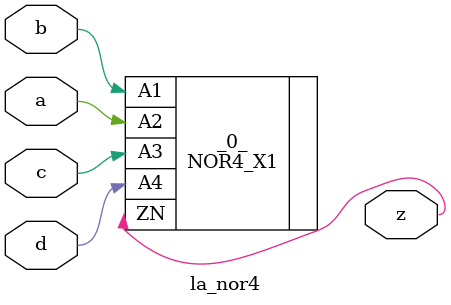
<source format=v>

/* Generated by Yosys 0.37 (git sha1 a5c7f69ed, clang 14.0.0-1ubuntu1.1 -fPIC -Os) */

module la_nor4(a, b, c, d, z);
  input a;
  wire a;
  input b;
  wire b;
  input c;
  wire c;
  input d;
  wire d;
  output z;
  wire z;
  NOR4_X1 _0_ (
    .A1(b),
    .A2(a),
    .A3(c),
    .A4(d),
    .ZN(z)
  );
endmodule

</source>
